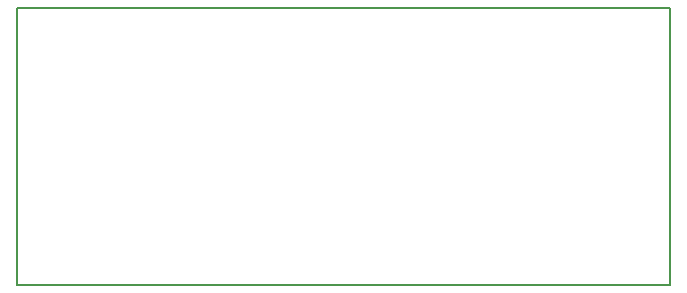
<source format=gbr>
%TF.GenerationSoftware,KiCad,Pcbnew,5.1.6+dfsg1-1~bpo10+1*%
%TF.CreationDate,2020-07-13T16:37:17+08:00*%
%TF.ProjectId,Pi-I2C,50692d49-3243-42e6-9b69-6361645f7063,rev?*%
%TF.SameCoordinates,Original*%
%TF.FileFunction,Profile,NP*%
%FSLAX46Y46*%
G04 Gerber Fmt 4.6, Leading zero omitted, Abs format (unit mm)*
G04 Created by KiCad (PCBNEW 5.1.6+dfsg1-1~bpo10+1) date 2020-07-13 16:37:17*
%MOMM*%
%LPD*%
G01*
G04 APERTURE LIST*
%TA.AperFunction,Profile*%
%ADD10C,0.150000*%
%TD*%
G04 APERTURE END LIST*
D10*
X147320000Y-71755000D02*
X147320000Y-95250000D01*
X202565000Y-95250000D02*
X147320000Y-95250000D01*
X202565000Y-71755000D02*
X202565000Y-95250000D01*
X147320000Y-71755000D02*
X202565000Y-71755000D01*
M02*

</source>
